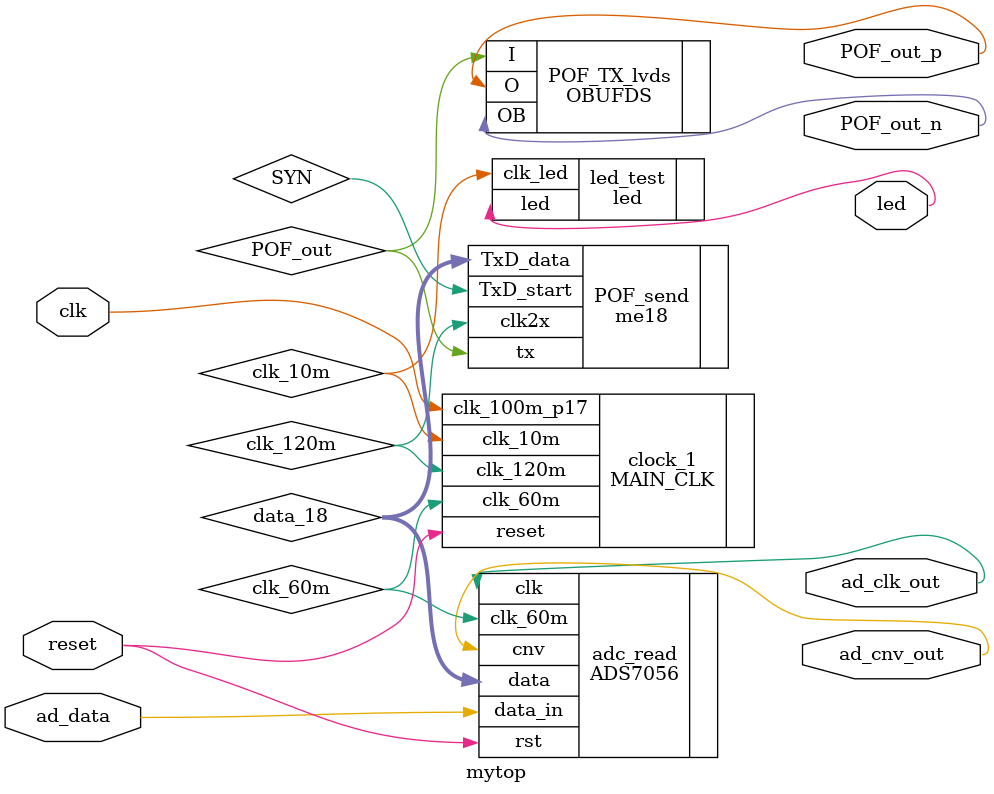
<source format=v>
`timescale 1ns / 1ps

/////////////////////////////////mytop test led and Clk
//module mytop(
//    input clk,
//    input reset,
//    output  led
//    );
////code begin
//wire clk_10m;
//MAIN_CLK clock_1(
//      // Clock out ports  
//.clk_10m(clk_10m),
//.clk_250m(clk_250m),
//// Status and control signals               
//.reset(reset), 
//// Clock in ports
//.clk_100m_p17(clk)
//);

//led led_test(
//    .clk_led(clk_10m),
//    .led(led)
//);


////code end    
    
//endmodule

///////////////////////////////mytop test led and Clk
module mytop(
    input clk,
    input reset,
    output  led,
    // interface for ads7056

    input ad_data,
    output ad_clk_out,
    output ad_cnv_out, 


// interface for adc7961    
//    input adc_dco,
//    input adc_dat,
//    output adc_clk,
//    output adc_cnv
    
//    input adc_dco_p,
//    input adc_dat_p,
//    output adc_clk_p,
//    output adc_cnv_p,
    
//    input adc_dco_n,
//    input adc_dat_n,
//    output adc_clk_n,
//    output adc_cnv_n,
//test clk_120m
//    output clk_120m
    output  POF_out_p,
    output POF_out_n

    );
//code begin
wire clk_10m;
wire clk_100m;
wire clk_60m;
wire clk_120m;
 wire[15:0] data;
 wire data_ready;
 wire adc_dco;
 wire adc_dat;
 wire adc_clk;
 wire adc_cnv;
 wire TxD_data;
 wire POF_out;
 wire SYN;
 wire [17:0] data_18;
 
////////////////////////////////////////////////////////////////////////////////////////
MAIN_CLK clock_1(

        .clk_10m(clk_10m),
        .clk_60m(clk_60m),      
        .clk_120m(clk_120m),       
        .reset(reset), 
        .clk_100m_p17(clk)
);
/////////////////////////////////////////////////////////////////////////////////////////////
ADS7056 adc_read(
      .data_in(ad_data),
     .rst(reset),
     .clk_60m(clk_60m),
//  input cnv_status,

      .clk(ad_clk_out),
      .cnv(ad_cnv_out),
      .data(data_18)
  );




//***************************************************************************************//
//SUB_CLK clock_2(
//  // Clock out ports  
//.clk_120m(clk_120m),
//// Status and control signals               
//.reset(reset), 
//// Clock in ports
//.clk_in_100m(clk_100m)
//);



////////////////////////////////////////////////////////////////////////////////
//ADC7961 adc_test(
////clk input and rst signal
//        .clk_250m(clk_250m),
//        .reset(reset),
//// adc_interface
//        .adc_dco(adc_dco),
//        .adc_dat(adc_dat),
//        .adc_clk(adc_clk),
//        .adc_cnv(adc_cnv),
////data output
//        .data(data),
//        .data_ready(data_ready)
//);
////////////////////////transform LVCMOS->LVDS
//  OBUFDS adc_clk_lvds(
//  .O(adc_clk_p),
//  .OB(adc_clk_n),
//  .I(adc_clk)
//  );
  
//   OBUFDS adc_cnv_lvds(
//  .O(adc_cnv_p),
//  .OB(adc_cnv_n),
//  .I(adc_cnv)
//  );
//   IBUFDS adc_dco_lvds(
// .I(adc_dco_p),
// .IB(adc_dco_n),
// .O(adc_dco)
// );
  
// IBUFDS adc_dat_lvds(
//.I(adc_dat_p),
//.IB(adc_dat_n),
//.O(adc_dat)
//);
//*******************************************************************
//SYN ADC2POF(
//    .reset(reset),
//    .data_ready(data_ready),
//    .SYN(SYN)
//);
//******************************************************************
  me18      POF_send(
  .clk2x(clk_120m),
  .TxD_data(data_18),
  .TxD_start(SYN),
  .tx(POF_out));

  OBUFDS POF_TX_lvds(
  .O(POF_out_p),
  .OB(POF_out_n),
  .I(POF_out)
  );

/////////////////////////////////////////////////////////////////////
led led_test(
    .clk_led(clk_10m),
    .led(led)
);


//code end    
    
endmodule


</source>
